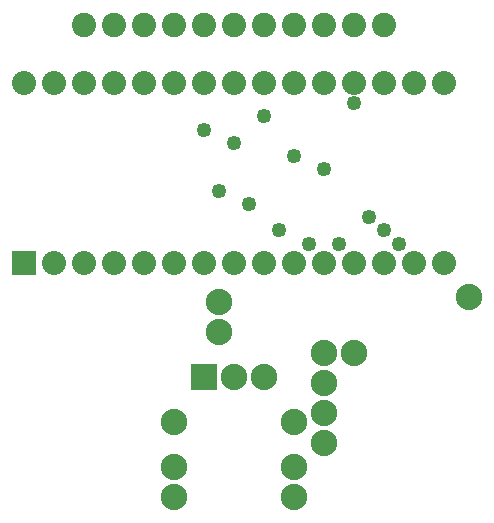
<source format=gbs>
G04 MADE WITH FRITZING*
G04 WWW.FRITZING.ORG*
G04 DOUBLE SIDED*
G04 HOLES PLATED*
G04 CONTOUR ON CENTER OF CONTOUR VECTOR*
%ASAXBY*%
%FSLAX23Y23*%
%MOIN*%
%OFA0B0*%
%SFA1.0B1.0*%
%ADD10C,0.088000*%
%ADD11C,0.080866*%
%ADD12C,0.080000*%
%ADD13C,0.049370*%
%ADD14R,0.088000X0.088000*%
%ADD15R,0.080000X0.079972*%
%LNMASK0*%
G90*
G70*
G54D10*
X1050Y100D03*
X650Y100D03*
X650Y350D03*
X1050Y200D03*
X1050Y350D03*
X650Y200D03*
G54D11*
X350Y1675D03*
X450Y1675D03*
X550Y1675D03*
X650Y1675D03*
X750Y1675D03*
X850Y1675D03*
X950Y1675D03*
X1050Y1675D03*
X1150Y1675D03*
X1250Y1675D03*
X1350Y1675D03*
X350Y1675D03*
X450Y1675D03*
X550Y1675D03*
X650Y1675D03*
X750Y1675D03*
X850Y1675D03*
X950Y1675D03*
X1050Y1675D03*
X1150Y1675D03*
X1250Y1675D03*
X1350Y1675D03*
G54D10*
X800Y750D03*
X800Y650D03*
X1150Y580D03*
X1250Y580D03*
X1150Y280D03*
X1150Y380D03*
X1150Y480D03*
X750Y500D03*
X850Y500D03*
X950Y500D03*
G54D12*
X149Y880D03*
X249Y880D03*
X349Y880D03*
X449Y880D03*
X549Y880D03*
X649Y880D03*
X749Y880D03*
X849Y880D03*
X949Y880D03*
X1049Y880D03*
X1149Y880D03*
X1249Y880D03*
X1349Y880D03*
X1449Y880D03*
X1549Y880D03*
X149Y1480D03*
X249Y1480D03*
X349Y1480D03*
X449Y1480D03*
X549Y1480D03*
X649Y1480D03*
X749Y1480D03*
X849Y1480D03*
X949Y1480D03*
X1049Y1480D03*
X1149Y1480D03*
X1249Y1480D03*
X1349Y1480D03*
X1449Y1480D03*
X1549Y1480D03*
G54D10*
X1633Y767D03*
G54D13*
X1249Y1415D03*
X1149Y1193D03*
X1049Y1237D03*
X849Y1282D03*
X949Y1371D03*
X749Y1326D03*
X1399Y945D03*
X1199Y945D03*
X1099Y945D03*
X799Y1122D03*
X900Y1078D03*
X1299Y1034D03*
X999Y990D03*
X1349Y990D03*
G54D14*
X750Y500D03*
G54D15*
X149Y880D03*
G04 End of Mask0*
M02*
</source>
